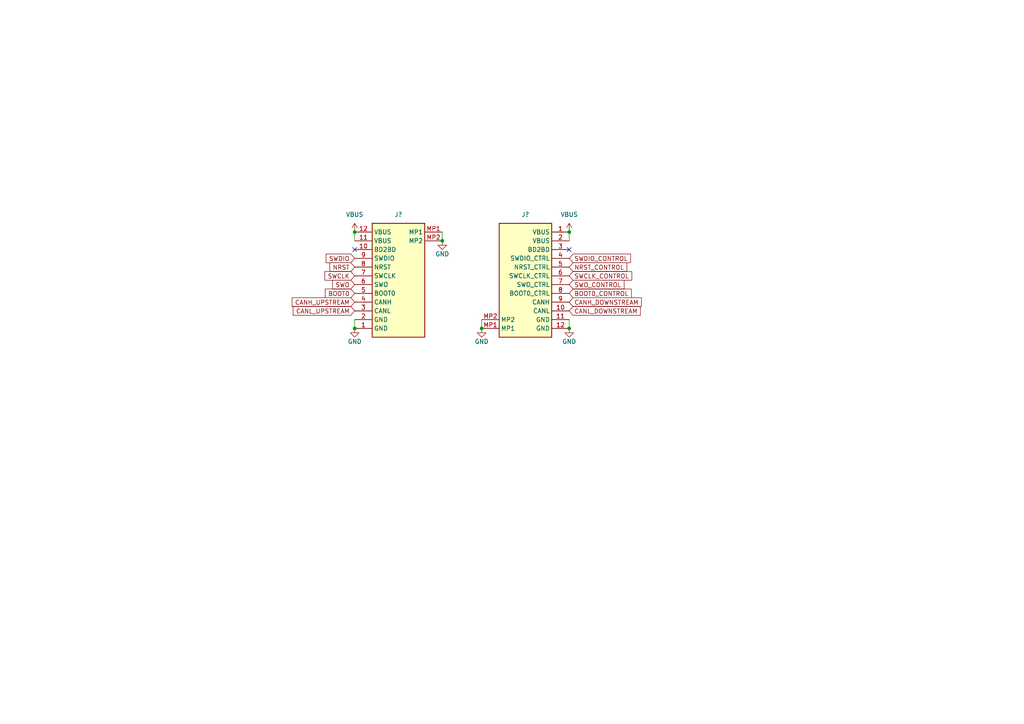
<source format=kicad_sch>
(kicad_sch (version 20231120) (generator "eeschema") (generator_version "8.0")
  (paper "A4")
  (lib_symbols
    (symbol "TVSC:Bus Connector (Control)"
      (property "Reference" "J" (at 5 -33 0))
      (symbol "Bus Connector (Control)_1_1"
        (rectangle (start 5.08 2.54) (end 20.32 -30.48) (stroke (width 0.254)) (fill (type background)))
        (pin passive line (at 0 -27.94 0) (length 5.08) (name "VBUS") (number "1"))
        (pin passive line (at 0 -5.08 0) (length 5.08) (name "CANL") (number "10"))
        (pin passive line (at 0 -2.54 0) (length 5.08) (name "GND") (number "11"))
        (pin passive line (at 0 0 0) (length 5.08) (name "GND") (number "12"))
        (pin passive line (at 0 -25.4 0) (length 5.08) (name "VBUS") (number "2"))
        (pin passive line (at 0 -22.86 0) (length 5.08) (name "BD2BD") (number "3"))
        (pin passive line (at 0 -20.32 0) (length 5.08) (name "SWDIO_CTRL") (number "4"))
        (pin passive line (at 0 -17.78 0) (length 5.08) (name "NRST_CTRL") (number "5"))
        (pin passive line (at 0 -15.24 0) (length 5.08) (name "SWCLK_CTRL") (number "6"))
        (pin passive line (at 0 -12.7 0) (length 5.08) (name "SWO_CTRL") (number "7"))
        (pin passive line (at 0 -10.16 0) (length 5.08) (name "BOOT0_CTRL") (number "8"))
        (pin passive line (at 0 -7.62 0) (length 5.08) (name "CANH") (number "9"))
        (pin passive line (at 25.4 0 180) (length 5.08) (name "MP1") (number "MP1"))
        (pin passive line (at 25.4 -2.54 180) (length 5.08) (name "MP2") (number "MP2"))
      )
    )
    (symbol "TVSC:Bus Connector (Target)"
      (property "Reference" "J" (at 5 -33 0))
      (symbol "Bus Connector (Target)_1_1"
        (rectangle (start 5.08 2.54) (end 20.32 -30.48) (stroke (width 0.254)) (fill (type background)))
        (pin passive line (at 0 -27.94 0) (length 5.08) (name "GND") (number "1"))
        (pin passive line (at 0 -5.08 0) (length 5.08) (name "BD2BD") (number "10"))
        (pin passive line (at 0 -2.54 0) (length 5.08) (name "VBUS") (number "11"))
        (pin passive line (at 0 0 0) (length 5.08) (name "VBUS") (number "12"))
        (pin passive line (at 0 -25.4 0) (length 5.08) (name "GND") (number "2"))
        (pin passive line (at 0 -22.86 0) (length 5.08) (name "CANL") (number "3"))
        (pin passive line (at 0 -20.32 0) (length 5.08) (name "CANH") (number "4"))
        (pin passive line (at 0 -17.78 0) (length 5.08) (name "BOOT0") (number "5"))
        (pin passive line (at 0 -15.24 0) (length 5.08) (name "SWO") (number "6"))
        (pin passive line (at 0 -12.7 0) (length 5.08) (name "SWCLK") (number "7"))
        (pin passive line (at 0 -10.16 0) (length 5.08) (name "NRST") (number "8"))
        (pin passive line (at 0 -7.62 0) (length 5.08) (name "SWDIO") (number "9"))
        (pin passive line (at 25.4 0 180) (length 5.08) (name "MP1") (number "MP1"))
        (pin passive line (at 25.4 -2.54 180) (length 5.08) (name "MP2") (number "MP2"))
      )
    )
    (symbol "power:GND" (power) (pin_numbers hide) (pin_names (offset 0) hide)
      (property "Value" "GND" (at 0 -3.81 0))
      (symbol "GND_0_1"
        (polyline (pts (xy 0 0) (xy 0 -1.27) (xy 1.27 -1.27) (xy 0 -2.54) (xy -1.27 -1.27) (xy 0 -1.27)))
      )
      (symbol "GND_1_1"
        (pin power_in line (at 0 0 270) (length 0) (name "~") (number "1"))
      )
    )
    (symbol "power:VBUS" (power) (pin_numbers hide) (pin_names (offset 0) hide)
      (property "Value" "VBUS" (at 0 3.556 0))
      (symbol "VBUS_0_1"
        (polyline (pts (xy -0.762 1.27) (xy 0 2.54)))
        (polyline (pts (xy 0 0) (xy 0 2.54)))
        (polyline (pts (xy 0 2.54) (xy 0.762 1.27)))
      )
      (symbol "VBUS_1_1"
        (pin power_in line (at 0 0 90) (length 0) (name "~") (number "1"))
      )
    )
  )
  (junction (at 165.1 95.25))
  (junction (at 102.87 67.31))
  (junction (at 165.1 67.31))
  (junction (at 102.87 95.25))
  (junction (at 139.7 95.25))
  (junction (at 128.27 69.85))
  (no_connect (at 102.87 72.39))
  (no_connect (at 165.1 72.39))
  (wire (pts (xy 139.7 92.71) (xy 139.7 95.25)))
  (wire (pts (xy 128.27 67.31) (xy 128.27 69.85)))
  (wire (pts (xy 165.1 67.31) (xy 165.1 69.85)))
  (wire (pts (xy 102.87 92.71) (xy 102.87 95.25)))
  (wire (pts (xy 165.1 92.71) (xy 165.1 95.25)))
  (wire (pts (xy 102.87 67.31) (xy 102.87 69.85)))
  (global_label "SWDIO" (shape input) (at 102.87 74.93 180) (property "Intersheetrefs" "${INTERSHEET_REFS}" (effects (hide yes))))
  (global_label "BOOT0_CONTROL" (shape input) (at 165.1 85.09 0) (property "Intersheetrefs" "${INTERSHEET_REFS}" (effects (hide yes))))
  (global_label "CANL_DOWNSTREAM" (shape input) (at 165.1 90.17 0) (property "Intersheetrefs" "${INTERSHEET_REFS}" (effects (hide yes))))
  (global_label "SWO_CONTROL" (shape input) (at 165.1 82.55 0) (property "Intersheetrefs" "${INTERSHEET_REFS}" (effects (hide yes))))
  (global_label "CANL_UPSTREAM" (shape input) (at 102.87 90.17 180) (property "Intersheetrefs" "${INTERSHEET_REFS}" (effects (hide yes))))
  (global_label "BOOT0" (shape input) (at 102.87 85.09 180) (property "Intersheetrefs" "${INTERSHEET_REFS}" (effects (hide yes))))
  (global_label "CANH_DOWNSTREAM" (shape input) (at 165.1 87.63 0) (property "Intersheetrefs" "${INTERSHEET_REFS}" (effects (hide yes))))
  (global_label "SWCLK" (shape input) (at 102.87 80.01 180) (property "Intersheetrefs" "${INTERSHEET_REFS}" (effects (hide yes))))
  (global_label "SWCLK_CONTROL" (shape input) (at 165.1 80.01 0) (property "Intersheetrefs" "${INTERSHEET_REFS}" (effects (hide yes))))
  (global_label "NRST" (shape input) (at 102.87 77.47 180) (property "Intersheetrefs" "${INTERSHEET_REFS}" (effects (hide yes))))
  (global_label "SWO" (shape input) (at 102.87 82.55 180) (property "Intersheetrefs" "${INTERSHEET_REFS}" (effects (hide yes))))
  (global_label "CANH_UPSTREAM" (shape input) (at 102.87 87.63 180) (property "Intersheetrefs" "${INTERSHEET_REFS}" (effects (hide yes))))
  (global_label "SWDIO_CONTROL" (shape input) (at 165.1 74.93 0) (property "Intersheetrefs" "${INTERSHEET_REFS}" (effects (hide yes))))
  (global_label "NRST_CONTROL" (shape input) (at 165.1 77.47 0) (property "Intersheetrefs" "${INTERSHEET_REFS}" (effects (hide yes))))
  (symbol (lib_id "power:GND") (at 102.87 95.25 0) (unit 1)
    (property "Reference" "#PWR036" (effects (hide yes)))
    (property "Value" "GND" (at 102.87 99.06 0))
  )
  (symbol (lib_id "TVSC:Bus Connector (Target)") (at 102.87 67.31 0) (unit 1)
    (property "Reference" "J?" (at 115.57 62.23 0))
    (property "Value" "Molex_504050-1291" (effects (hide yes)))
    (property "Footprint" "footprints:Bus Connector (Target)" (effects (hide yes)))
    (property "Datasheet" "https://www.molex.com/en-us/products/part-detail/5040501291" (effects (hide yes)))
    (property "Manufacturer" "Molex" (effects (hide yes)))
    (property "Manufacturer Part Number" "504050-1291" (effects (hide yes)))
    (property "MPN" "C563982" (effects (hide yes)))
    (property "Active" "Y" (effects (hide yes)))
    (property "Basic or Extended Component" "Extended" (effects (hide yes)))
  )
  (symbol (lib_id "power:VBUS") (at 102.87 67.31 0) (unit 1)
    (property "Reference" "#PWR035" (effects (hide yes)))
    (property "Value" "VBUS" (at 102.87 62.23 0))
  )
  (symbol (lib_id "TVSC:Bus Connector (Control)") (at 165.1 95.25 180) (unit 1)
    (property "Reference" "J?" (at 152.4 62.23 0))
    (property "Value" "Molex_504050-1291" (effects (hide yes)))
    (property "Footprint" "footprints:Bus Connector (Control)" (effects (hide yes)))
    (property "Datasheet" "https://www.molex.com/en-us/products/part-detail/5040501291" (effects (hide yes)))
    (property "Manufacturer" "Molex" (effects (hide yes)))
    (property "Manufacturer Part Number" "504050-1291" (effects (hide yes)))
    (property "MPN" "C563982" (effects (hide yes)))
    (property "Active" "Y" (effects (hide yes)))
    (property "Basic or Extended Component" "Extended" (effects (hide yes)))
  )
  (symbol (lib_id "power:VBUS") (at 165.1 67.31 0) (unit 1)
    (property "Reference" "#PWR039" (effects (hide yes)))
    (property "Value" "VBUS" (at 165.1 62.23 0))
  )
  (symbol (lib_id "power:GND") (at 139.7 95.25 0) (unit 1)
    (property "Reference" "#PWR038" (effects (hide yes)))
    (property "Value" "GND" (at 139.7 99.06 0))
  )
  (symbol (lib_id "power:GND") (at 165.1 95.25 0) (unit 1)
    (property "Reference" "#PWR040" (effects (hide yes)))
    (property "Value" "GND" (at 165.1 99.06 0))
  )
  (symbol (lib_id "power:GND") (at 128.27 69.85 0) (unit 1)
    (property "Reference" "#PWR037" (effects (hide yes)))
    (property "Value" "GND" (at 128.27 73.66 0))
  )
)
</source>
